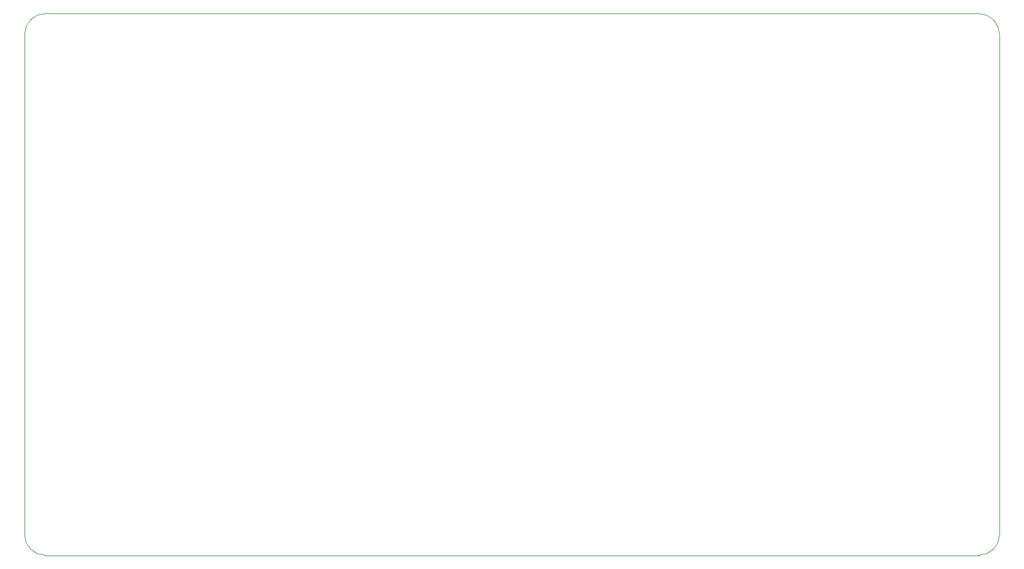
<source format=gbr>
%TF.GenerationSoftware,KiCad,Pcbnew,8.0.4-8.0.4-0~ubuntu22.04.1*%
%TF.CreationDate,2024-08-09T03:22:31-04:00*%
%TF.ProjectId,CS4272-CZZ_Breakout_Board,43533432-3732-42d4-935a-5a5f42726561,rev?*%
%TF.SameCoordinates,Original*%
%TF.FileFunction,Profile,NP*%
%FSLAX46Y46*%
G04 Gerber Fmt 4.6, Leading zero omitted, Abs format (unit mm)*
G04 Created by KiCad (PCBNEW 8.0.4-8.0.4-0~ubuntu22.04.1) date 2024-08-09 03:22:31*
%MOMM*%
%LPD*%
G01*
G04 APERTURE LIST*
%TA.AperFunction,Profile*%
%ADD10C,0.050000*%
%TD*%
G04 APERTURE END LIST*
D10*
X217325000Y-61350000D02*
G75*
G02*
X220325000Y-64350000I0J-3000000D01*
G01*
X82175000Y-61350000D02*
X217325000Y-61350000D01*
X220325000Y-136850000D02*
X220325000Y-64350000D01*
X220325000Y-136850000D02*
G75*
G02*
X217325000Y-139850000I-3000000J0D01*
G01*
X82175000Y-139850000D02*
G75*
G02*
X79175000Y-136850000I0J3000000D01*
G01*
X79175000Y-136850000D02*
X79175000Y-64350000D01*
X82175000Y-139850000D02*
X217325000Y-139850000D01*
X79175000Y-64350000D02*
G75*
G02*
X82175000Y-61350000I3000000J0D01*
G01*
M02*

</source>
